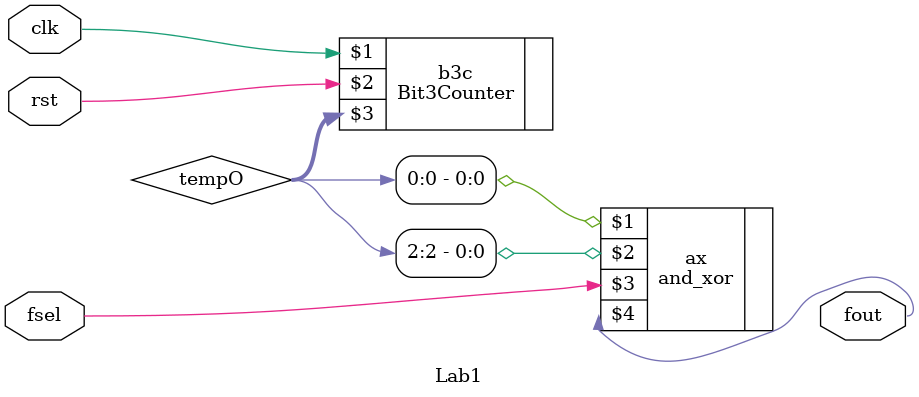
<source format=v>
module Lab1
(
	input wire clk, rst, fsel,
	output wire fout
);
	wire [2:0] tempO;
	
	Bit3Counter b3c(clk, rst, tempO[2:0]);
	and_xor ax(tempO[0],tempO[2], fsel, fout);

endmodule 


</source>
